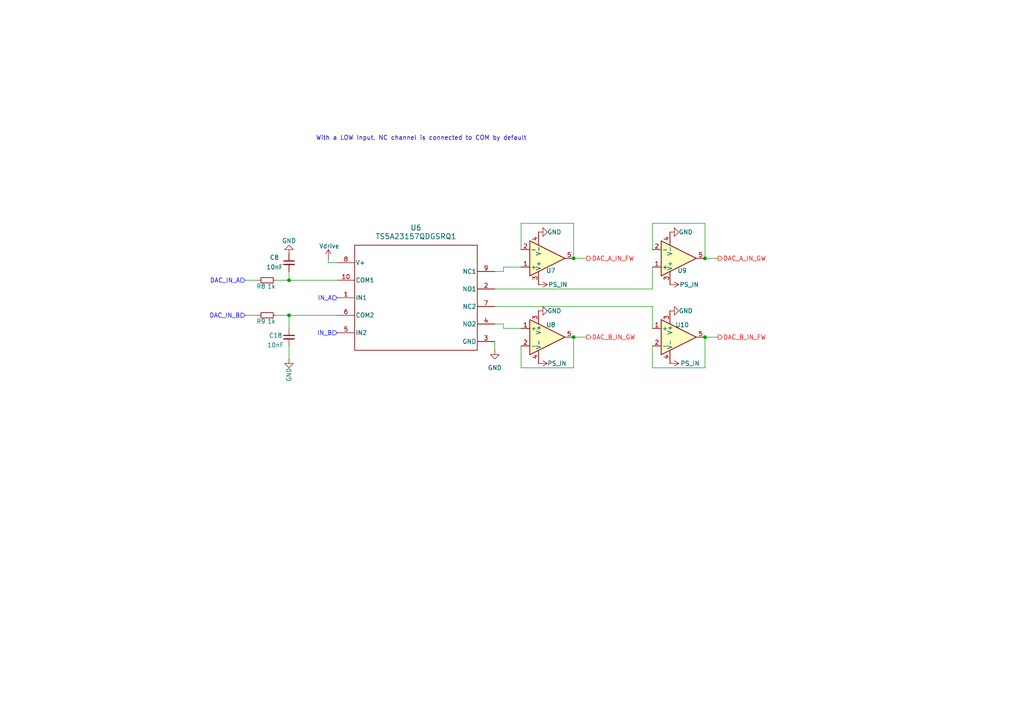
<source format=kicad_sch>
(kicad_sch (version 20231120) (generator "eeschema") (generator_version "8.0")
  (paper "A4")
  (lib_symbols
    (symbol "Device:C_Small" (pin_numbers hide) (pin_names (offset 0.254) hide)
      (property "Reference" "C" (at 0.254 1.778 0))
      (property "Value" "C_Small" (at 0.254 -2.032 0))
      (symbol "C_Small_0_1"
        (polyline (pts (xy -1.524 -0.508) (xy 1.524 -0.508)) (stroke (width 0.3302)))
        (polyline (pts (xy -1.524 0.508) (xy 1.524 0.508)) (stroke (width 0.3048)))
      )
      (symbol "C_Small_1_1"
        (pin passive line (at 0 2.54 270) (length 2.032) (name "~") (number "1"))
        (pin passive line (at 0 -2.54 90) (length 2.032) (name "~") (number "2"))
      )
    )
    (symbol "Device:R_Small" (pin_numbers hide) (pin_names (offset 0.254) hide)
      (property "Reference" "R" (at 0.762 0.508 0))
      (property "Value" "R_Small" (at 0.762 -1.016 0))
      (symbol "R_Small_0_1"
        (rectangle (start -0.762 1.778) (end 0.762 -1.778) (stroke (width 0.2032)))
      )
      (symbol "R_Small_1_1"
        (pin passive line (at 0 2.54 270) (length 0.762) (name "~") (number "1"))
        (pin passive line (at 0 -2.54 90) (length 0.762) (name "~") (number "2"))
      )
    )
    (symbol "Simulation_SPICE:OPAMP" (pin_names (offset 0.254))
      (property "Reference" "U" (at 3.81 3.175 0))
      (property "Value" "${SIM.PARAMS}" (at 3.81 -3.175 0))
      (symbol "OPAMP_0_1"
        (polyline (pts (xy 5.08 0) (xy -5.08 5.08) (xy -5.08 -5.08) (xy 5.08 0)) (stroke (width 0.254)) (fill (type background)))
      )
      (symbol "OPAMP_1_1"
        (pin input line (at -7.62 2.54 0) (length 2.54) (name "+") (number "1"))
        (pin input line (at -7.62 -2.54 0) (length 2.54) (name "-") (number "2"))
        (pin power_in line (at -2.54 7.62 270) (length 3.81) (name "V+") (number "3"))
        (pin power_in line (at -2.54 -7.62 90) (length 3.81) (name "V-") (number "4"))
        (pin output line (at 7.62 0 180) (length 2.54) (name "~") (number "5"))
      )
    )
    (symbol "TS5A23157-Q1-SPDT:TS5A23157QDGSRQ1" (pin_names (offset 0.254))
      (property "Reference" "U" (at 0 2.54 0))
      (property "Value" "TS5A23157QDGSRQ1" (at 0 0 0))
      (symbol "TS5A23157QDGSRQ1_0_1"
        (polyline (pts (xy -17.78 -15.24) (xy 17.78 -15.24)) (stroke (width 0.2032)))
        (polyline (pts (xy -17.78 15.24) (xy -17.78 -15.24)) (stroke (width 0.2032)))
        (polyline (pts (xy 17.78 -15.24) (xy 17.78 15.24)) (stroke (width 0.2032)))
        (polyline (pts (xy 17.78 15.24) (xy -17.78 15.24)) (stroke (width 0.2032)))
        (pin input line (at -22.86 0 0) (length 5.08) (name "IN1") (number "1"))
        (pin bidirectional line (at -22.86 5.08 0) (length 5.08) (name "COM1") (number "10"))
        (pin bidirectional line (at 22.86 2.54 180) (length 5.08) (name "NO1") (number "2"))
        (pin power_in line (at 22.86 -12.7 180) (length 5.08) (name "GND") (number "3"))
        (pin bidirectional line (at 22.86 -7.62 180) (length 5.08) (name "NO2") (number "4"))
        (pin input line (at -22.86 -10.16 0) (length 5.08) (name "IN2") (number "5"))
        (pin bidirectional line (at -22.86 -5.08 0) (length 5.08) (name "COM2") (number "6"))
        (pin bidirectional line (at 22.86 -2.54 180) (length 5.08) (name "NC2") (number "7"))
        (pin power_in line (at -22.86 10.16 0) (length 5.08) (name "V+") (number "8"))
        (pin bidirectional line (at 22.86 7.62 180) (length 5.08) (name "NC1") (number "9"))
      )
    )
    (symbol "power:+3.3V" (power) (pin_numbers hide) (pin_names (offset 0) hide)
      (property "Value" "+3.3V" (at 0 3.556 0))
      (symbol "+3.3V_0_1"
        (polyline (pts (xy -0.762 1.27) (xy 0 2.54)))
        (polyline (pts (xy 0 0) (xy 0 2.54)))
        (polyline (pts (xy 0 2.54) (xy 0.762 1.27)))
      )
      (symbol "+3.3V_1_1"
        (pin power_in line (at 0 0 90) (length 0) (name "~") (number "1"))
      )
    )
    (symbol "power:GND" (power) (pin_numbers hide) (pin_names (offset 0) hide)
      (property "Value" "GND" (at 0 -3.81 0))
      (symbol "GND_0_1"
        (polyline (pts (xy 0 0) (xy 0 -1.27) (xy 1.27 -1.27) (xy 0 -2.54) (xy -1.27 -1.27) (xy 0 -1.27)))
      )
      (symbol "GND_1_1"
        (pin power_in line (at 0 0 270) (length 0) (name "~") (number "1"))
      )
    )
  )
  (junction (at 204.47 74.93))
  (junction (at 204.47 97.79))
  (junction (at 166.37 97.79))
  (junction (at 83.82 91.44))
  (junction (at 83.82 81.28))
  (junction (at 166.37 74.93))
  (wire (pts (xy 189.23 106.68) (xy 204.47 106.68)))
  (wire (pts (xy 151.13 106.68) (xy 166.37 106.68)))
  (wire (pts (xy 83.82 78.74) (xy 83.82 81.28)))
  (wire (pts (xy 166.37 64.77) (xy 166.37 74.93)))
  (wire (pts (xy 83.82 100.33) (xy 83.82 104.14)))
  (wire (pts (xy 143.51 93.98) (xy 146.05 93.98)))
  (wire (pts (xy 151.13 100.33) (xy 151.13 106.68)))
  (wire (pts (xy 204.47 74.93) (xy 208.28 74.93)))
  (wire (pts (xy 143.51 88.9) (xy 189.23 88.9)))
  (wire (pts (xy 143.51 78.74) (xy 146.05 78.74)))
  (wire (pts (xy 143.51 83.82) (xy 189.23 83.82)))
  (wire (pts (xy 189.23 72.39) (xy 189.23 64.77)))
  (wire (pts (xy 83.82 91.44) (xy 83.82 95.25)))
  (wire (pts (xy 166.37 74.93) (xy 170.18 74.93)))
  (wire (pts (xy 204.47 106.68) (xy 204.47 97.79)))
  (wire (pts (xy 83.82 91.44) (xy 97.79 91.44)))
  (wire (pts (xy 80.01 81.28) (xy 83.82 81.28)))
  (wire (pts (xy 71.12 81.28) (xy 74.93 81.28)))
  (wire (pts (xy 97.79 76.2) (xy 95.25 76.2)))
  (wire (pts (xy 95.25 76.2) (xy 95.25 74.93)))
  (wire (pts (xy 146.05 78.74) (xy 146.05 77.47)))
  (wire (pts (xy 151.13 72.39) (xy 151.13 64.77)))
  (wire (pts (xy 189.23 64.77) (xy 204.47 64.77)))
  (wire (pts (xy 189.23 83.82) (xy 189.23 77.47)))
  (wire (pts (xy 166.37 97.79) (xy 170.18 97.79)))
  (wire (pts (xy 166.37 106.68) (xy 166.37 97.79)))
  (wire (pts (xy 146.05 93.98) (xy 146.05 95.25)))
  (wire (pts (xy 204.47 64.77) (xy 204.47 74.93)))
  (wire (pts (xy 143.51 99.06) (xy 143.51 101.6)))
  (wire (pts (xy 146.05 77.47) (xy 151.13 77.47)))
  (wire (pts (xy 189.23 88.9) (xy 189.23 95.25)))
  (wire (pts (xy 189.23 100.33) (xy 189.23 106.68)))
  (wire (pts (xy 146.05 95.25) (xy 151.13 95.25)))
  (wire (pts (xy 204.47 97.79) (xy 208.28 97.79)))
  (wire (pts (xy 80.01 91.44) (xy 83.82 91.44)))
  (wire (pts (xy 71.12 91.44) (xy 74.93 91.44)))
  (wire (pts (xy 83.82 81.28) (xy 97.79 81.28)))
  (wire (pts (xy 151.13 64.77) (xy 166.37 64.77)))
  (text "With a LOW Input, NC channel is connected to COM by default\n" (at 122.174 40.132 0) (effects (font (size 1.27 1.27))))
  (hierarchical_label "IN_A" (shape input) (at 97.79 86.36 180))
  (hierarchical_label "DAC_B_IN_FW" (shape output) (at 208.28 97.79 0))
  (hierarchical_label "DAC_B_IN_GW" (shape output) (at 170.18 97.79 0))
  (hierarchical_label "DAC_IN_A" (shape input) (at 71.12 81.28 180))
  (hierarchical_label "IN_B" (shape input) (at 97.79 96.52 180))
  (hierarchical_label "DAC_A_IN_FW" (shape output) (at 170.18 74.93 0))
  (hierarchical_label "DAC_IN_B" (shape input) (at 71.12 91.44 180))
  (hierarchical_label "DAC_A_IN_GW" (shape output) (at 208.28 74.93 0))
  (symbol (lib_id "power:GND") (at 156.21 67.31 90) (unit 1)
    (property "Reference" "#PWR036" (effects (hide yes)))
    (property "Value" "GND" (at 160.782 67.31 90))
    (property "Description" "Power symbol creates a global label with name \"GND\" , ground" (effects (hide yes)))
  )
  (symbol (lib_id "Simulation_SPICE:OPAMP") (at 196.85 97.79 0) (unit 1)
    (property "Reference" "U10" (at 197.866 94.234 0))
    (property "Value" "${SIM.PARAMS}" (at 204.47 94.6465 0))
    (property "Datasheet" "https://ngspice.sourceforge.io/docs/ngspice-html-manual/manual.xhtml#sec__SUBCKT_Subcircuits" (effects (hide yes)))
    (property "Description" "Operational amplifier, single, node sequence=1:+ 2:- 3:OUT 4:V+ 5:V-" (effects (hide yes)))
    (property "Sim.Pins" "1=in+ 2=in- 3=vcc 4=vee 5=out" (effects (hide yes)))
    (property "Sim.Device" "SUBCKT" (effects (hide yes)))
    (property "Sim.Library" "${KICAD7_SYMBOL_DIR}/Simulation_SPICE.sp" (effects (hide yes)))
    (property "Sim.Name" "kicad_builtin_opamp" (effects (hide yes)))
  )
  (symbol (lib_id "power:GND") (at 156.21 90.17 90) (unit 1)
    (property "Reference" "#PWR039" (effects (hide yes)))
    (property "Value" "GND" (at 160.782 90.17 90))
    (property "Description" "Power symbol creates a global label with name \"GND\" , ground" (effects (hide yes)))
  )
  (symbol (lib_id "power:GND") (at 83.82 104.14 0) (unit 1)
    (property "Reference" "#PWR038" (effects (hide yes)))
    (property "Value" "GND" (at 83.82 108.712 90))
    (property "Description" "Power symbol creates a global label with name \"GND\" , ground" (effects (hide yes)))
  )
  (symbol (lib_id "Device:C_Small") (at 83.82 76.2 0) (unit 1)
    (property "Reference" "C8" (at 78.232 74.676 0) (effects (justify left)))
    (property "Value" "10nF" (at 77.216 77.47 0) (effects (justify left)))
    (property "Description" "Unpolarized capacitor, small symbol" (effects (hide yes)))
  )
  (symbol (lib_id "power:+3.3V") (at 194.31 82.55 270) (unit 1)
    (property "Reference" "#PWR034" (effects (hide yes)))
    (property "Value" "PS_IN" (at 199.898 82.55 90))
    (property "Description" "Power symbol creates a global label with name \"+3.3V\"" (effects (hide yes)))
  )
  (symbol (lib_id "Device:C_Small") (at 83.82 97.79 0) (unit 1)
    (property "Reference" "C18" (at 77.978 97.282 0) (effects (justify left)))
    (property "Value" "10nF" (at 77.47 100.076 0) (effects (justify left)))
    (property "Description" "Unpolarized capacitor, small symbol" (effects (hide yes)))
  )
  (symbol (lib_id "power:GND") (at 83.82 73.66 180) (unit 1)
    (property "Reference" "#PWR049" (effects (hide yes)))
    (property "Value" "GND" (at 83.82 69.85 0))
    (property "Description" "Power symbol creates a global label with name \"GND\" , ground" (effects (hide yes)))
  )
  (symbol (lib_id "Device:R_Small") (at 77.47 81.28 90) (unit 1)
    (property "Reference" "R8" (at 75.692 83.058 90))
    (property "Value" "1k" (at 78.74 83.058 90))
    (property "Description" "Resistor, small symbol" (effects (hide yes)))
  )
  (symbol (lib_id "power:+3.3V") (at 194.31 105.41 270) (unit 1)
    (property "Reference" "#PWR041" (effects (hide yes)))
    (property "Value" "PS_IN" (at 200.152 105.41 90))
    (property "Description" "Power symbol creates a global label with name \"+3.3V\"" (effects (hide yes)))
  )
  (symbol (lib_id "Device:R_Small") (at 77.47 91.44 90) (unit 1)
    (property "Reference" "R9" (at 75.692 93.218 90))
    (property "Value" "1k" (at 78.74 93.218 90))
    (property "Description" "Resistor, small symbol" (effects (hide yes)))
  )
  (symbol (lib_id "Simulation_SPICE:OPAMP") (at 158.75 74.93 0) (mirror x) (unit 1)
    (property "Reference" "U7" (at 159.766 78.486 0))
    (property "Value" "${SIM.PARAMS}" (at 166.37 78.0735 0))
    (property "Datasheet" "https://ngspice.sourceforge.io/docs/ngspice-html-manual/manual.xhtml#sec__SUBCKT_Subcircuits" (effects (hide yes)))
    (property "Description" "Operational amplifier, single, node sequence=1:+ 2:- 3:OUT 4:V+ 5:V-" (effects (hide yes)))
    (property "Sim.Pins" "1=in+ 2=in- 3=vcc 4=vee 5=out" (effects (hide yes)))
    (property "Sim.Device" "SUBCKT" (effects (hide yes)))
    (property "Sim.Library" "${KICAD7_SYMBOL_DIR}/Simulation_SPICE.sp" (effects (hide yes)))
    (property "Sim.Name" "kicad_builtin_opamp" (effects (hide yes)))
  )
  (symbol (lib_id "power:GND") (at 194.31 67.31 90) (unit 1)
    (property "Reference" "#PWR033" (effects (hide yes)))
    (property "Value" "GND" (at 198.882 67.31 90))
    (property "Description" "Power symbol creates a global label with name \"GND\" , ground" (effects (hide yes)))
  )
  (symbol (lib_id "Simulation_SPICE:OPAMP") (at 158.75 97.79 0) (unit 1)
    (property "Reference" "U8" (at 159.766 94.234 0))
    (property "Value" "${SIM.PARAMS}" (at 166.37 94.6465 0))
    (property "Datasheet" "https://ngspice.sourceforge.io/docs/ngspice-html-manual/manual.xhtml#sec__SUBCKT_Subcircuits" (effects (hide yes)))
    (property "Description" "Operational amplifier, single, node sequence=1:+ 2:- 3:OUT 4:V+ 5:V-" (effects (hide yes)))
    (property "Sim.Pins" "1=in+ 2=in- 3=vcc 4=vee 5=out" (effects (hide yes)))
    (property "Sim.Device" "SUBCKT" (effects (hide yes)))
    (property "Sim.Library" "${KICAD7_SYMBOL_DIR}/Simulation_SPICE.sp" (effects (hide yes)))
    (property "Sim.Name" "kicad_builtin_opamp" (effects (hide yes)))
  )
  (symbol (lib_id "TS5A23157-Q1-SPDT:TS5A23157QDGSRQ1") (at 120.65 86.36 0) (unit 1)
    (property "Reference" "U6" (at 120.65 66.04 0) (effects (font (size 1.524 1.524))))
    (property "Value" "TS5A23157QDGSRQ1" (at 120.65 68.58 0) (effects (font (size 1.524 1.524))))
    (property "Footprint" "DGS0010A_N" (effects (hide yes)))
    (property "Datasheet" "https://www.ti.com/lit/gpn/ts5a23157-q1" (effects (hide yes)))
  )
  (symbol (lib_id "power:+3.3V") (at 95.25 74.93 0) (unit 1)
    (property "Reference" "#PWR043" (effects (hide yes)))
    (property "Value" "Vdrive" (at 95.504 71.374 0))
    (property "Description" "Power symbol creates a global label with name \"+3.3V\"" (effects (hide yes)))
  )
  (symbol (lib_id "power:+3.3V") (at 156.21 105.41 270) (unit 1)
    (property "Reference" "#PWR040" (effects (hide yes)))
    (property "Value" "PS_IN" (at 161.544 105.41 90))
    (property "Description" "Power symbol creates a global label with name \"+3.3V\"" (effects (hide yes)))
  )
  (symbol (lib_id "power:GND") (at 143.51 101.6 0) (unit 1)
    (property "Reference" "#PWR042" (effects (hide yes)))
    (property "Value" "GND" (at 143.51 106.68 0))
    (property "Description" "Power symbol creates a global label with name \"GND\" , ground" (effects (hide yes)))
  )
  (symbol (lib_id "power:+3.3V") (at 156.21 82.55 270) (unit 1)
    (property "Reference" "#PWR037" (effects (hide yes)))
    (property "Value" "PS_IN" (at 161.798 82.55 90))
    (property "Description" "Power symbol creates a global label with name \"+3.3V\"" (effects (hide yes)))
  )
  (symbol (lib_id "power:GND") (at 194.31 90.17 90) (unit 1)
    (property "Reference" "#PWR035" (effects (hide yes)))
    (property "Value" "GND" (at 198.882 90.17 90))
    (property "Description" "Power symbol creates a global label with name \"GND\" , ground" (effects (hide yes)))
  )
  (symbol (lib_id "Simulation_SPICE:OPAMP") (at 196.85 74.93 0) (mirror x) (unit 1)
    (property "Reference" "U9" (at 197.866 78.486 0))
    (property "Value" "${SIM.PARAMS}" (at 204.47 78.0735 0))
    (property "Datasheet" "https://ngspice.sourceforge.io/docs/ngspice-html-manual/manual.xhtml#sec__SUBCKT_Subcircuits" (effects (hide yes)))
    (property "Description" "Operational amplifier, single, node sequence=1:+ 2:- 3:OUT 4:V+ 5:V-" (effects (hide yes)))
    (property "Sim.Pins" "1=in+ 2=in- 3=vcc 4=vee 5=out" (effects (hide yes)))
    (property "Sim.Device" "SUBCKT" (effects (hide yes)))
    (property "Sim.Library" "${KICAD7_SYMBOL_DIR}/Simulation_SPICE.sp" (effects (hide yes)))
    (property "Sim.Name" "kicad_builtin_opamp" (effects (hide yes)))
  )
)
</source>
